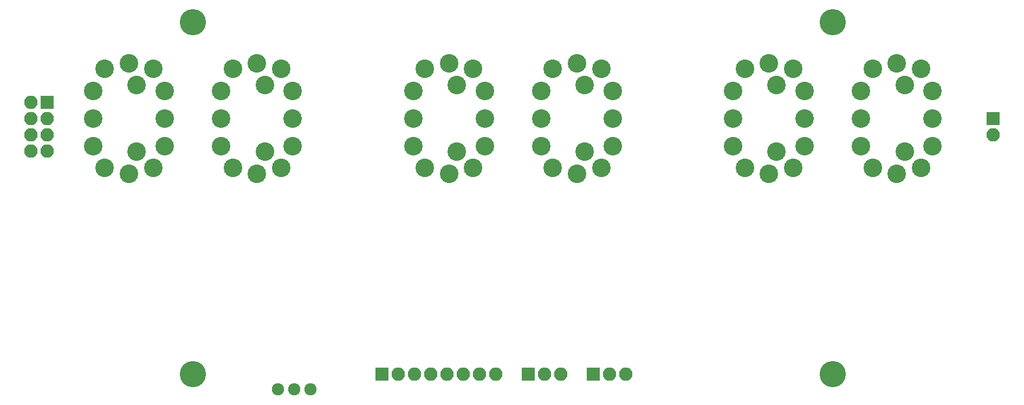
<source format=gbs>
G04 #@! TF.FileFunction,Soldermask,Bot*
%FSLAX46Y46*%
G04 Gerber Fmt 4.6, Leading zero omitted, Abs format (unit mm)*
G04 Created by KiCad (PCBNEW 4.0.6) date 06/17/17 23:11:27*
%MOMM*%
%LPD*%
G01*
G04 APERTURE LIST*
%ADD10C,0.100000*%
%ADD11C,4.100000*%
%ADD12C,2.900000*%
%ADD13C,1.924000*%
%ADD14R,2.100000X2.100000*%
%ADD15O,2.100000X2.100000*%
G04 APERTURE END LIST*
D10*
D11*
X200000000Y-100000000D03*
X100000000Y-100000000D03*
X100000000Y-45000000D03*
D12*
X213786000Y-67762000D03*
X215588000Y-64318000D03*
X215588000Y-60000000D03*
X215588000Y-55682000D03*
X213786000Y-52238000D03*
X210000000Y-51364000D03*
X206214000Y-52238000D03*
X204412000Y-55682000D03*
X204412000Y-60000000D03*
X204412000Y-64318000D03*
X206214000Y-67762000D03*
X210000000Y-68636000D03*
X211200000Y-65197000D03*
X211200000Y-54803000D03*
X143786000Y-67762000D03*
X145588000Y-64318000D03*
X145588000Y-60000000D03*
X145588000Y-55682000D03*
X143786000Y-52238000D03*
X140000000Y-51364000D03*
X136214000Y-52238000D03*
X134412000Y-55682000D03*
X134412000Y-60000000D03*
X134412000Y-64318000D03*
X136214000Y-67762000D03*
X140000000Y-68636000D03*
X141200000Y-65197000D03*
X141200000Y-54803000D03*
X93786000Y-67762000D03*
X95588000Y-64318000D03*
X95588000Y-60000000D03*
X95588000Y-55682000D03*
X93786000Y-52238000D03*
X90000000Y-51364000D03*
X86214000Y-52238000D03*
X84412000Y-55682000D03*
X84412000Y-60000000D03*
X84412000Y-64318000D03*
X86214000Y-67762000D03*
X90000000Y-68636000D03*
X91200000Y-65197000D03*
X91200000Y-54803000D03*
X113786000Y-67762000D03*
X115588000Y-64318000D03*
X115588000Y-60000000D03*
X115588000Y-55682000D03*
X113786000Y-52238000D03*
X110000000Y-51364000D03*
X106214000Y-52238000D03*
X104412000Y-55682000D03*
X104412000Y-60000000D03*
X104412000Y-64318000D03*
X106214000Y-67762000D03*
X110000000Y-68636000D03*
X111200000Y-65197000D03*
X111200000Y-54803000D03*
X163786000Y-67762000D03*
X165588000Y-64318000D03*
X165588000Y-60000000D03*
X165588000Y-55682000D03*
X163786000Y-52238000D03*
X160000000Y-51364000D03*
X156214000Y-52238000D03*
X154412000Y-55682000D03*
X154412000Y-60000000D03*
X154412000Y-64318000D03*
X156214000Y-67762000D03*
X160000000Y-68636000D03*
X161200000Y-65197000D03*
X161200000Y-54803000D03*
X193786000Y-67762000D03*
X195588000Y-64318000D03*
X195588000Y-60000000D03*
X195588000Y-55682000D03*
X193786000Y-52238000D03*
X190000000Y-51364000D03*
X186214000Y-52238000D03*
X184412000Y-55682000D03*
X184412000Y-60000000D03*
X184412000Y-64318000D03*
X186214000Y-67762000D03*
X190000000Y-68636000D03*
X191200000Y-65197000D03*
X191200000Y-54803000D03*
D13*
X118340000Y-102350000D03*
X115800000Y-102350000D03*
X113260000Y-102350000D03*
D14*
X129540000Y-100000000D03*
D15*
X132080000Y-100000000D03*
X134620000Y-100000000D03*
X137160000Y-100000000D03*
X139700000Y-100000000D03*
X142240000Y-100000000D03*
X144780000Y-100000000D03*
X147320000Y-100000000D03*
D14*
X152400000Y-99992000D03*
D15*
X154940000Y-99992000D03*
X157480000Y-99992000D03*
D14*
X162560000Y-99992000D03*
D15*
X165100000Y-99992000D03*
X167640000Y-99992000D03*
D11*
X200000000Y-45000000D03*
D14*
X77240000Y-57460000D03*
D15*
X74700000Y-57460000D03*
X77240000Y-60000000D03*
X74700000Y-60000000D03*
X77240000Y-62540000D03*
X74700000Y-62540000D03*
X77240000Y-65080000D03*
X74700000Y-65080000D03*
D14*
X225000000Y-60000000D03*
D15*
X225000000Y-62540000D03*
M02*

</source>
